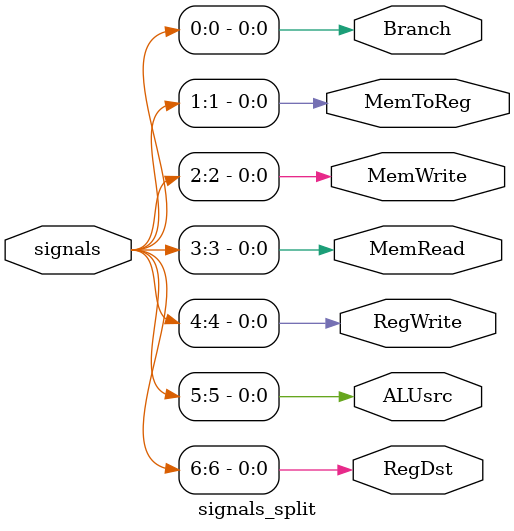
<source format=v>
`timescale 1ns / 1ps

module signals_split (
	input [6:0] signals,
	 output RegDst, ALUsrc, RegWrite, MemRead, MemWrite, MemToReg, Branch
);


assign RegDst = signals[6];
assign ALUsrc = signals[5];
assign RegWrite = signals[4];
assign MemRead = signals[3];
assign MemWrite = signals[2];
assign MemToReg = signals[1];
assign Branch = signals[0];

endmodule
</source>
